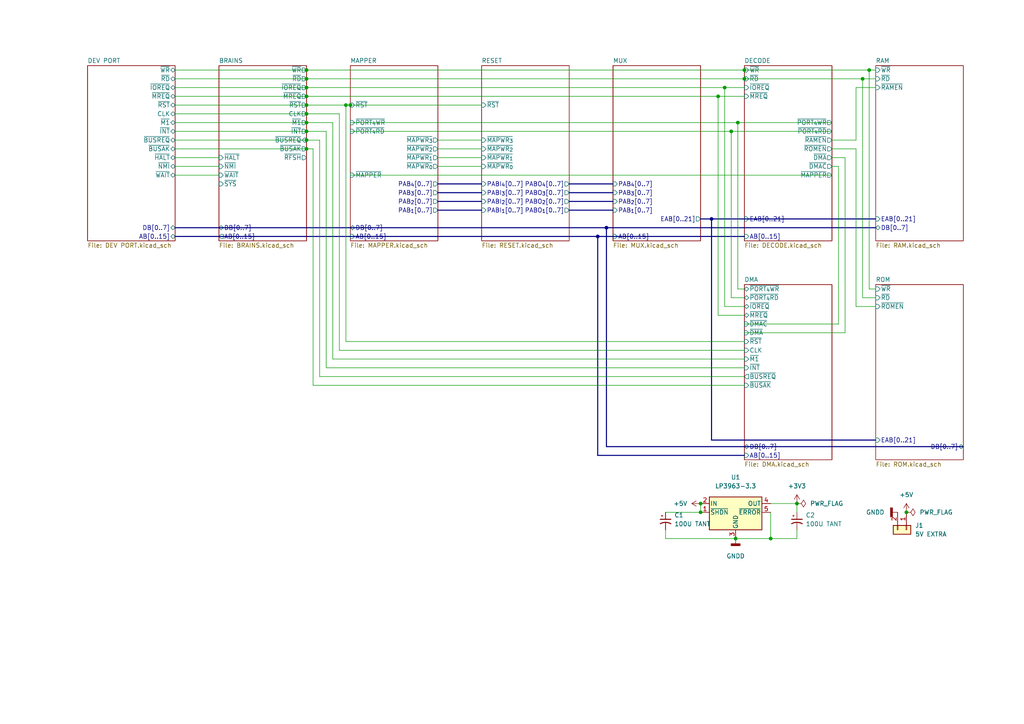
<source format=kicad_sch>
(kicad_sch (version 20211123) (generator eeschema)
  (paper "A4")
  (title_block (title "Z80 CPU INTERPOSER") (date "2022-10-21") (rev "1030211022") (company "LISTOFOPTIONS"))
  (lib_symbols
    (symbol "Connector_Generic:Conn_01x02" (pin_names (offset 1.016) hide)
      (property "Reference" "J" (at 0 2.54 0))
      (property "Value" "Conn_01x02" (at 0 -5.08 0))
      (symbol "Conn_01x02_1_1"
        (rectangle (start -1.27 -2.413) (end 0 -2.667) (stroke (width 0.1524)))
        (rectangle (start -1.27 0.127) (end 0 -0.127) (stroke (width 0.1524)))
        (rectangle (start -1.27 1.27) (end 1.27 -3.81) (stroke (width 0.254)) (fill (type background)))
        (pin passive line (at -5.08 0 0) (length 3.81) (name "Pin_1") (number "1"))
        (pin passive line (at -5.08 -2.54 0) (length 3.81) (name "Pin_2") (number "2"))
      )
    )
    (symbol "Device:C_Polarized_Small_US" (pin_numbers hide) (pin_names (offset 0.254) hide)
      (property "Reference" "C" (at 0.254 1.778 0))
      (property "Value" "C_Polarized_Small_US" (at 0.254 -2.032 0))
      (symbol "C_Polarized_Small_US_0_1"
        (polyline (pts (xy -1.524 0.508) (xy 1.524 0.508)) (stroke (width 0.3048)))
        (polyline (pts (xy -1.27 1.524) (xy -0.762 1.524)))
        (polyline (pts (xy -1.016 1.27) (xy -1.016 1.778)))
        (arc (start 1.524 -0.762) (mid 0 -0.3734) (end -1.524 -0.762) (stroke (width 0.3048)))
      )
      (symbol "C_Polarized_Small_US_1_1"
        (pin passive line (at 0 2.54 270) (length 2.032) (name "~") (number "1"))
        (pin passive line (at 0 -2.54 90) (length 2.032) (name "~") (number "2"))
      )
    )
    (symbol "Regulator_Linear:LP3963-3.3" (pin_names (offset 0.254))
      (property "Reference" "U" (at -6.35 5.715 0))
      (property "Value" "LP3963-3.3" (at 0 5.715 0))
      (symbol "LP3963-3.3_0_1"
        (rectangle (start -7.62 -5.08) (end 7.62 4.445) (stroke (width 0.254)) (fill (type background)))
      )
      (symbol "LP3963-3.3_1_1"
        (pin input line (at -10.16 0 0) (length 2.54) (name "~{SHDN}") (number "1"))
        (pin power_in line (at -10.16 2.54 0) (length 2.54) (name "IN") (number "2"))
        (pin power_in line (at 0 -7.62 90) (length 2.54) (name "GND") (number "3"))
        (pin power_out line (at 10.16 2.54 180) (length 2.54) (name "OUT") (number "4"))
        (pin output line (at 10.16 0 180) (length 2.54) (name "~{ERROR}") (number "5"))
      )
    )
    (symbol "power:+3V3" (power) (pin_names (offset 0))
      (property "Value" "+3V3" (at 0 3.556 0))
      (symbol "+3V3_0_1"
        (polyline (pts (xy -0.762 1.27) (xy 0 2.54)))
        (polyline (pts (xy 0 0) (xy 0 2.54)))
        (polyline (pts (xy 0 2.54) (xy 0.762 1.27)))
      )
      (symbol "+3V3_1_1"
        (pin power_in line (at 0 0 90) (length 0) hide (name "+3V3") (number "1"))
      )
    )
    (symbol "power:+5V" (power) (pin_names (offset 0))
      (property "Value" "+5V" (at 0 3.556 0))
      (symbol "+5V_0_1"
        (polyline (pts (xy -0.762 1.27) (xy 0 2.54)))
        (polyline (pts (xy 0 0) (xy 0 2.54)))
        (polyline (pts (xy 0 2.54) (xy 0.762 1.27)))
      )
      (symbol "+5V_1_1"
        (pin power_in line (at 0 0 90) (length 0) hide (name "+5V") (number "1"))
      )
    )
    (symbol "power:GNDD" (power) (pin_names (offset 0))
      (property "Value" "GNDD" (at 0 -3.175 0))
      (symbol "GNDD_0_1"
        (rectangle (start -1.27 -1.524) (end 1.27 -2.032) (stroke (width 0.254)) (fill (type outline)))
        (polyline (pts (xy 0 0) (xy 0 -1.524)))
      )
      (symbol "GNDD_1_1"
        (pin power_in line (at 0 0 270) (length 0) hide (name "GNDD") (number "1"))
      )
    )
    (symbol "power:PWR_FLAG" (power) (pin_numbers hide) (pin_names (offset 0) hide)
      (property "Value" "PWR_FLAG" (at 0 3.81 0))
      (symbol "PWR_FLAG_0_0"
        (pin power_out line (at 0 0 90) (length 0) (name "pwr") (number "1"))
      )
      (symbol "PWR_FLAG_0_1"
        (polyline (pts (xy 0 0) (xy 0 1.27) (xy -1.016 1.905) (xy 0 2.54) (xy 1.016 1.905) (xy 0 1.27)))
      )
    )
  )
  (junction (at 173.355 68.58))
  (junction (at 100.33 30.48))
  (junction (at 88.9 25.4))
  (junction (at 88.9 43.18))
  (junction (at 88.9 38.1))
  (junction (at 213.36 156.21))
  (junction (at 208.28 27.94))
  (junction (at 252.095 20.32))
  (junction (at 231.14 146.05))
  (junction (at 88.9 30.48))
  (junction (at 250.19 22.86))
  (junction (at 175.895 66.04))
  (junction (at 88.9 20.32))
  (junction (at 210.185 25.4))
  (junction (at 88.9 35.56))
  (junction (at 88.9 40.64))
  (junction (at 212.09 38.1))
  (junction (at 262.89 148.59))
  (junction (at 206.375 63.5))
  (junction (at 203.2 148.59))
  (junction (at 88.9 22.86))
  (junction (at 215.9 22.86))
  (junction (at 213.995 35.56))
  (junction (at 215.9 20.32))
  (junction (at 203.2 146.05))
  (junction (at 101.6 30.48))
  (junction (at 88.9 33.02))
  (junction (at 88.9 27.94))
  (junction (at 223.52 156.21))
  (wire (pts (xy 215.9 83.82) (xy 213.995 83.82)))
  (bus (pts (xy 127 53.34) (xy 139.7 53.34)))
  (bus (pts (xy 50.8 68.58) (xy 173.355 68.58)))
  (wire (pts (xy 127 40.64) (xy 139.7 40.64)))
  (wire (pts (xy 50.8 30.48) (xy 88.9 30.48)))
  (bus (pts (xy 173.355 132.08) (xy 173.355 68.58)))
  (wire (pts (xy 50.8 50.8) (xy 63.5 50.8)))
  (wire (pts (xy 90.805 43.18) (xy 90.805 111.76)))
  (bus (pts (xy 206.375 63.5) (xy 206.375 127.635)))
  (wire (pts (xy 50.8 27.94) (xy 88.9 27.94)))
  (wire (pts (xy 245.11 45.72) (xy 245.11 96.52)))
  (wire (pts (xy 193.04 156.21) (xy 213.36 156.21)))
  (wire (pts (xy 50.8 33.02) (xy 88.9 33.02)))
  (wire (pts (xy 90.805 43.18) (xy 88.9 43.18)))
  (wire (pts (xy 215.9 91.44) (xy 208.28 91.44)))
  (bus (pts (xy 165.1 55.88) (xy 177.8 55.88)))
  (wire (pts (xy 94.615 38.1) (xy 94.615 106.68)))
  (wire (pts (xy 50.8 48.26) (xy 63.5 48.26)))
  (wire (pts (xy 248.285 40.64) (xy 248.285 25.4)))
  (wire (pts (xy 250.19 22.86) (xy 250.19 86.36)))
  (wire (pts (xy 88.9 40.64) (xy 92.71 40.64)))
  (wire (pts (xy 213.36 156.21) (xy 223.52 156.21)))
  (wire (pts (xy 215.9 104.14) (xy 96.52 104.14)))
  (wire (pts (xy 193.04 153.67) (xy 193.04 156.21)))
  (wire (pts (xy 248.285 25.4) (xy 254 25.4)))
  (wire (pts (xy 50.8 38.1) (xy 88.9 38.1)))
  (bus (pts (xy 206.375 127.635) (xy 254 127.635)))
  (bus (pts (xy 165.1 58.42) (xy 177.8 58.42)))
  (bus (pts (xy 127 60.96) (xy 139.7 60.96)))
  (bus (pts (xy 175.895 66.04) (xy 175.895 129.54)))
  (wire (pts (xy 50.8 45.72) (xy 63.5 45.72)))
  (wire (pts (xy 50.8 43.18) (xy 88.9 43.18)))
  (wire (pts (xy 215.9 86.36) (xy 212.09 86.36)))
  (wire (pts (xy 248.285 43.18) (xy 248.285 88.9)))
  (wire (pts (xy 88.9 20.32) (xy 215.9 20.32)))
  (wire (pts (xy 96.52 35.56) (xy 96.52 104.14)))
  (wire (pts (xy 50.8 20.32) (xy 88.9 20.32)))
  (wire (pts (xy 101.6 30.48) (xy 139.7 30.48)))
  (wire (pts (xy 88.9 22.86) (xy 215.9 22.86)))
  (wire (pts (xy 231.14 146.05) (xy 231.14 148.59)))
  (wire (pts (xy 50.8 40.64) (xy 88.9 40.64)))
  (wire (pts (xy 241.3 43.18) (xy 248.285 43.18)))
  (wire (pts (xy 98.425 33.02) (xy 98.425 101.6)))
  (wire (pts (xy 245.11 96.52) (xy 215.9 96.52)))
  (wire (pts (xy 94.615 106.68) (xy 215.9 106.68)))
  (wire (pts (xy 88.9 27.94) (xy 208.28 27.94)))
  (wire (pts (xy 50.8 25.4) (xy 88.9 25.4)))
  (wire (pts (xy 215.9 101.6) (xy 98.425 101.6)))
  (bus (pts (xy 215.9 132.08) (xy 173.355 132.08)))
  (wire (pts (xy 127 45.72) (xy 139.7 45.72)))
  (wire (pts (xy 193.04 148.59) (xy 203.2 148.59)))
  (wire (pts (xy 254 83.82) (xy 252.095 83.82)))
  (wire (pts (xy 127 48.26) (xy 139.7 48.26)))
  (wire (pts (xy 250.19 22.86) (xy 254 22.86)))
  (wire (pts (xy 223.52 148.59) (xy 223.52 156.21)))
  (wire (pts (xy 212.09 86.36) (xy 212.09 38.1)))
  (wire (pts (xy 248.285 88.9) (xy 254 88.9)))
  (bus (pts (xy 50.8 66.04) (xy 175.895 66.04)))
  (wire (pts (xy 231.14 153.67) (xy 231.14 156.21)))
  (wire (pts (xy 88.9 25.4) (xy 210.185 25.4)))
  (wire (pts (xy 215.9 22.86) (xy 250.19 22.86)))
  (wire (pts (xy 50.8 35.56) (xy 88.9 35.56)))
  (wire (pts (xy 241.3 45.72) (xy 245.11 45.72)))
  (wire (pts (xy 215.9 109.22) (xy 92.71 109.22)))
  (bus (pts (xy 165.1 53.34) (xy 177.8 53.34)))
  (bus (pts (xy 175.895 129.54) (xy 279.4 129.54)))
  (bus (pts (xy 173.355 68.58) (xy 215.9 68.58)))
  (wire (pts (xy 90.805 111.76) (xy 215.9 111.76)))
  (wire (pts (xy 100.33 30.48) (xy 100.33 99.06)))
  (wire (pts (xy 252.095 83.82) (xy 252.095 20.32)))
  (wire (pts (xy 223.52 146.05) (xy 231.14 146.05)))
  (wire (pts (xy 101.6 38.1) (xy 212.09 38.1)))
  (wire (pts (xy 94.615 38.1) (xy 88.9 38.1)))
  (wire (pts (xy 127 43.18) (xy 139.7 43.18)))
  (bus (pts (xy 203.2 63.5) (xy 206.375 63.5)))
  (bus (pts (xy 127 55.88) (xy 139.7 55.88)))
  (wire (pts (xy 100.33 30.48) (xy 101.6 30.48)))
  (wire (pts (xy 215.9 93.98) (xy 243.205 93.98)))
  (wire (pts (xy 213.995 35.56) (xy 241.3 35.56)))
  (wire (pts (xy 223.52 156.21) (xy 231.14 156.21)))
  (bus (pts (xy 206.375 63.5) (xy 254 63.5)))
  (wire (pts (xy 98.425 33.02) (xy 88.9 33.02)))
  (bus (pts (xy 165.1 60.96) (xy 177.8 60.96)))
  (wire (pts (xy 243.205 48.26) (xy 241.3 48.26)))
  (wire (pts (xy 215.9 99.06) (xy 100.33 99.06)))
  (wire (pts (xy 208.28 91.44) (xy 208.28 27.94)))
  (wire (pts (xy 210.185 88.9) (xy 215.9 88.9)))
  (wire (pts (xy 101.6 50.8) (xy 241.3 50.8)))
  (wire (pts (xy 203.2 146.05) (xy 203.2 148.59)))
  (wire (pts (xy 250.19 86.36) (xy 254 86.36)))
  (wire (pts (xy 50.8 22.86) (xy 88.9 22.86)))
  (wire (pts (xy 213.995 83.82) (xy 213.995 35.56)))
  (wire (pts (xy 101.6 35.56) (xy 213.995 35.56)))
  (bus (pts (xy 127 58.42) (xy 139.7 58.42)))
  (wire (pts (xy 210.185 25.4) (xy 210.185 88.9)))
  (wire (pts (xy 215.9 20.32) (xy 252.095 20.32)))
  (wire (pts (xy 212.09 38.1) (xy 241.3 38.1)))
  (wire (pts (xy 252.095 20.32) (xy 254 20.32)))
  (wire (pts (xy 243.205 93.98) (xy 243.205 48.26)))
  (wire (pts (xy 92.71 40.64) (xy 92.71 109.22)))
  (wire (pts (xy 241.3 40.64) (xy 248.285 40.64)))
  (bus (pts (xy 175.895 66.04) (xy 254 66.04)))
  (wire (pts (xy 208.28 27.94) (xy 215.9 27.94)))
  (wire (pts (xy 88.9 35.56) (xy 96.52 35.56)))
  (wire (pts (xy 88.9 30.48) (xy 100.33 30.48)))
  (wire (pts (xy 210.185 25.4) (xy 215.9 25.4)))
  (symbol (lib_id "Regulator_Linear:LP3963-3.3") (at 213.36 148.59 0) (unit 1)
    (property "Reference" "U1" (at 213.36 138.43 0))
    (property "Value" "LP3963-3.3" (at 213.36 140.97 0))
    (property "Footprint" "Package_TO_SOT_SMD:TO-263-5_TabPin3" (effects hide))
    (property "Datasheet" "http://www.ti.com/lit/ds/symlink/lp3966.pdf" (effects hide))
  )
  (symbol (lib_id "power:PWR_FLAG") (at 231.14 146.05 270) (unit 1)
    (property "Reference" "#FLG01" (effects hide))
    (property "Value" "PWR_FLAG" (at 234.95 146.0499 90) (effects (justify left)))
  )
  (symbol (lib_id "power:GNDD") (at 260.35 148.59 270) (unit 1)
    (property "Reference" "#PWR04" (effects hide))
    (property "Value" "GNDD" (at 256.54 148.5899 90) (effects (justify right)))
  )
  (symbol (lib_id "power:PWR_FLAG") (at 262.89 148.59 270) (unit 1)
    (property "Reference" "#FLG02" (effects hide))
    (property "Value" "PWR_FLAG" (at 266.7 148.5899 90) (effects (justify left)))
  )
  (symbol (lib_id "power:+5V") (at 203.2 146.05 90) (unit 1)
    (property "Reference" "#PWR01" (effects hide))
    (property "Value" "+5V" (at 199.39 146.0499 90) (effects (justify left)))
  )
  (symbol (lib_id "power:GNDD") (at 213.36 156.21 0) (unit 1)
    (property "Reference" "#PWR02" (effects hide))
    (property "Value" "GNDD" (at 213.36 161.29 0))
  )
  (symbol (lib_id "Connector_Generic:Conn_01x02") (at 262.89 153.67 270) (unit 1)
    (property "Reference" "J1" (at 265.43 152.3999 90) (effects (justify left)))
    (property "Value" "5V EXTRA" (at 265.43 154.9399 90) (effects (justify left)))
    (property "Footprint" "Connector_PinHeader_2.54mm:PinHeader_1x02_P2.54mm_Vertical" (effects hide))
  )
  (symbol (lib_id "Device:C_Polarized_Small_US") (at 231.14 151.13 0) (unit 1)
    (property "Reference" "C2" (at 233.68 149.4281 0) (effects (justify left)))
    (property "Value" "100U TANT" (at 233.68 151.9681 0) (effects (justify left)))
    (property "Footprint" "Capacitor_Tantalum_SMD:CP_EIA-3528-15_AVX-H" (effects hide))
  )
  (symbol (lib_id "power:+5V") (at 262.89 148.59 0) (unit 1)
    (property "Reference" "#PWR05" (effects hide))
    (property "Value" "+5V" (at 262.89 143.51 0))
  )
  (symbol (lib_id "power:+3V3") (at 231.14 146.05 0) (unit 1)
    (property "Reference" "#PWR03" (effects hide))
    (property "Value" "+3V3" (at 231.14 140.97 0))
  )
  (symbol (lib_id "Device:C_Polarized_Small_US") (at 193.04 151.13 0) (unit 1)
    (property "Reference" "C1" (at 195.58 149.4281 0) (effects (justify left)))
    (property "Value" "100U TANT" (at 195.58 151.9681 0) (effects (justify left)))
    (property "Footprint" "Capacitor_Tantalum_SMD:CP_EIA-3528-15_AVX-H" (effects hide))
  )
  (sheet (at 63.5 19.05) (size 25.4 50.8) (stroke (width 0.1524))
    (property "Sheet name" "BRAINS" (at 63.5 18.3384 0) (effects (justify left bottom)))
    (property "Sheet file" "BRAINS.kicad_sch" (at 63.5 70.4346 0) (effects (justify left top)))
    (pin "~{WR}" output (at 88.9 20.32 0))
    (pin "~{M1}" output (at 88.9 35.56 0))
    (pin "~{IOREQ}" output (at 88.9 25.4 0))
    (pin "~{HALT}" input (at 63.5 45.72 180))
    (pin "~{RD}" output (at 88.9 22.86 0))
    (pin "CLK" output (at 88.9 33.02 0))
    (pin "~{BUSAK}" output (at 88.9 43.18 0))
    (pin "~{BUSREQ}" input (at 88.9 40.64 0))
    (pin "~{WAIT}" input (at 63.5 50.8 180))
    (pin "~{MREQ}" output (at 88.9 27.94 0))
    (pin "~{RST}" output (at 88.9 30.48 0))
    (pin "~{INT}" output (at 88.9 38.1 0))
    (pin "~{NMI}" input (at 63.5 48.26 180))
    (pin "AB[0..15]" output (at 63.5 68.58 180))
    (pin "DB[0..7]" bidirectional (at 63.5 66.04 180))
    (pin "~{SYS}" input (at 63.5 53.34 180))
    (pin "~{RFSH}" output (at 88.9 45.72 0))
  )
  (sheet (at 177.8 19.05) (size 25.4 50.8) (stroke (width 0.1524))
    (property "Sheet name" "MUX" (at 177.8 18.3384 0) (effects (justify left bottom)))
    (property "Sheet file" "MUX.kicad_sch" (at 177.8 70.4346 0) (effects (justify left top)))
    (pin "PAB_{4}[0..7]" input (at 177.8 53.34 180))
    (pin "PAB_{1}[0..7]" input (at 177.8 60.96 180))
    (pin "PAB_{2}[0..7]" input (at 177.8 58.42 180))
    (pin "PAB_{3}[0..7]" input (at 177.8 55.88 180))
    (pin "AB[0..15]" input (at 177.8 68.58 180))
    (pin "EAB[0..21]" output (at 203.2 63.5 0))
  )
  (sheet (at 101.6 19.05) (size 25.4 50.8) (stroke (width 0.1524))
    (property "Sheet name" "MAPPER" (at 101.6 18.3384 0) (effects (justify left bottom)))
    (property "Sheet file" "MAPPER.kicad_sch" (at 101.6 70.4346 0) (effects (justify left top)))
    (pin "~{RST}" input (at 101.6 30.48 180))
    (pin "PAB_{2}[0..7]" output (at 127 58.42 0))
    (pin "PAB_{3}[0..7]" output (at 127 55.88 0))
    (pin "PAB_{4}[0..7]" output (at 127 53.34 0))
    (pin "PAB_{1}[0..7]" output (at 127 60.96 0))
    (pin "~{MAPPER}" input (at 101.6 50.8 180))
    (pin "~{PORT_{4}WR}" input (at 101.6 35.56 180))
    (pin "~{PORT_{4}RD}" input (at 101.6 38.1 180))
    (pin "~{MAPWR_{2}}" output (at 127 43.18 0))
    (pin "~{MAPWR_{0}}" output (at 127 48.26 0))
    (pin "~{MAPWR_{1}}" output (at 127 45.72 0))
    (pin "~{MAPWR_{3}}" output (at 127 40.64 0))
    (pin "DB[0..7]" bidirectional (at 101.6 66.04 180))
    (pin "AB[0..15]" input (at 101.6 68.58 180))
  )
  (sheet (at 215.9 82.55) (size 25.4 50.8) (stroke (width 0.1524))
    (property "Sheet name" "DMA" (at 215.9 81.8384 0) (effects (justify left bottom)))
    (property "Sheet file" "DMA.kicad_sch" (at 215.9 133.9346 0) (effects (justify left top)))
    (pin "AB[0..15]" input (at 215.9 132.08 180))
    (pin "DB[0..7]" bidirectional (at 215.9 129.54 180))
    (pin "~{M1}" input (at 215.9 104.14 180))
    (pin "~{INT}" input (at 215.9 106.68 180))
    (pin "~{BUSREQ}" output (at 215.9 109.22 180))
    (pin "CLK" input (at 215.9 101.6 180))
    (pin "~{RST}" input (at 215.9 99.06 180))
    (pin "~{MREQ}" bidirectional (at 215.9 91.44 180))
    (pin "~{IOREQ}" bidirectional (at 215.9 88.9 180))
    (pin "~{BUSAK}" input (at 215.9 111.76 180))
    (pin "~{PORT_{4}RD}" bidirectional (at 215.9 86.36 180))
    (pin "~{PORT_{4}WR}" bidirectional (at 215.9 83.82 180))
    (pin "~{DMAC}" input (at 215.9 93.98 180))
    (pin "~{DMA}" input (at 215.9 96.52 180))
  )
  (sheet (at 254 82.55) (size 25.4 50.8) (stroke (width 0.1524))
    (property "Sheet name" "ROM" (at 254 81.8384 0) (effects (justify left bottom)))
    (property "Sheet file" "ROM.kicad_sch" (at 254 133.9346 0) (effects (justify left top)))
    (pin "EAB[0..21]" input (at 254 127.635 180))
    (pin "DB[0..7]" bidirectional (at 279.4 129.54 0))
    (pin "~{WR}" input (at 254 83.82 180))
    (pin "~{ROMEN}" input (at 254 88.9 180))
    (pin "~{RD}" input (at 254 86.36 180))
  )
  (sheet (at 139.7 19.05) (size 25.4 50.8) (stroke (width 0.1524))
    (property "Sheet name" "RESET" (at 139.7 18.3384 0) (effects (justify left bottom)))
    (property "Sheet file" "RESET.kicad_sch" (at 139.7 70.4346 0) (effects (justify left top)))
    (pin "~{RST}" input (at 139.7 30.48 180))
    (pin "PABO_{1}[0..7]" output (at 165.1 60.96 0))
    (pin "PABI_{2}[0..7]" input (at 139.7 58.42 180))
    (pin "PABI_{1}[0..7]" input (at 139.7 60.96 180))
    (pin "~{MAPWR_{1}}" input (at 139.7 45.72 180))
    (pin "~{MAPWR_{0}}" input (at 139.7 48.26 180))
    (pin "PABI_{3}[0..7]" input (at 139.7 55.88 180))
    (pin "PABO_{2}[0..7]" output (at 165.1 58.42 0))
    (pin "~{MAPWR_{2}}" input (at 139.7 43.18 180))
    (pin "~{MAPWR_{3}}" input (at 139.7 40.64 180))
    (pin "PABO_{3}[0..7]" output (at 165.1 55.88 0))
    (pin "PABI_{4}[0..7]" input (at 139.7 53.34 180))
    (pin "PABO_{4}[0..7]" output (at 165.1 53.34 0))
  )
  (sheet (at 215.9 19.05) (size 25.4 50.8) (stroke (width 0.1524))
    (property "Sheet name" "DECODE" (at 215.9 18.3384 0) (effects (justify left bottom)))
    (property "Sheet file" "DECODE.kicad_sch" (at 215.9 70.4346 0) (effects (justify left top)))
    (pin "AB[0..15]" input (at 215.9 68.58 180))
    (pin "~{DMAC}" output (at 241.3 48.26 0))
    (pin "~{MAPPER}" output (at 241.3 50.8 0))
    (pin "~{IOREQ}" input (at 215.9 25.4 180))
    (pin "~{RD}" input (at 215.9 22.86 180))
    (pin "~{PORT_{4}WR}" output (at 241.3 35.56 0))
    (pin "~{PORT_{4}RD}" output (at 241.3 38.1 0))
    (pin "~{DMA}" output (at 241.3 45.72 0))
    (pin "EAB[0..21]" input (at 215.9 63.5 180))
    (pin "~{MREQ}" input (at 215.9 27.94 180))
    (pin "~{RAMEN}" output (at 241.3 40.64 0))
    (pin "~{ROMEN}" output (at 241.3 43.18 0))
    (pin "~{WR}" input (at 215.9 20.32 180))
  )
  (sheet (at 254 19.05) (size 25.4 50.8) (stroke (width 0.1524))
    (property "Sheet name" "RAM" (at 254 18.3384 0) (effects (justify left bottom)))
    (property "Sheet file" "RAM.kicad_sch" (at 254 70.4346 0) (effects (justify left top)))
    (pin "EAB[0..21]" input (at 254 63.5 180))
    (pin "DB[0..7]" bidirectional (at 254 66.04 180))
    (pin "~{RD}" input (at 254 22.86 180))
    (pin "~{RAMEN}" input (at 254 25.4 180))
    (pin "~{WR}" input (at 254 20.32 180))
  )
  (sheet (at 25.4 19.05) (size 25.4 50.8) (stroke (width 0.1524))
    (property "Sheet name" "DEV PORT" (at 25.4 18.3384 0) (effects (justify left bottom)))
    (property "Sheet file" "DEV PORT.kicad_sch" (at 25.4 70.4346 0) (effects (justify left top)))
    (pin "DB[0..7]" tri_state (at 50.8 66.04 0))
    (pin "~{M1}" tri_state (at 50.8 35.56 0))
    (pin "~{IOREQ}" tri_state (at 50.8 25.4 0))
    (pin "~{RD}" tri_state (at 50.8 22.86 0))
    (pin "~{MREQ}" tri_state (at 50.8 27.94 0))
    (pin "~{WR}" tri_state (at 50.8 20.32 0))
    (pin "~{INT}" tri_state (at 50.8 38.1 0))
    (pin "~{WAIT}" tri_state (at 50.8 50.8 0))
    (pin "~{HALT}" tri_state (at 50.8 45.72 0))
    (pin "~{NMI}" tri_state (at 50.8 48.26 0))
    (pin "~{RST}" tri_state (at 50.8 30.48 0))
    (pin "~{BUSREQ}" tri_state (at 50.8 40.64 0))
    (pin "CLK" tri_state (at 50.8 33.02 0))
    (pin "~{BUSAK}" tri_state (at 50.8 43.18 0))
    (pin "AB[0..15]" tri_state (at 50.8 68.58 0))
  )
)
</source>
